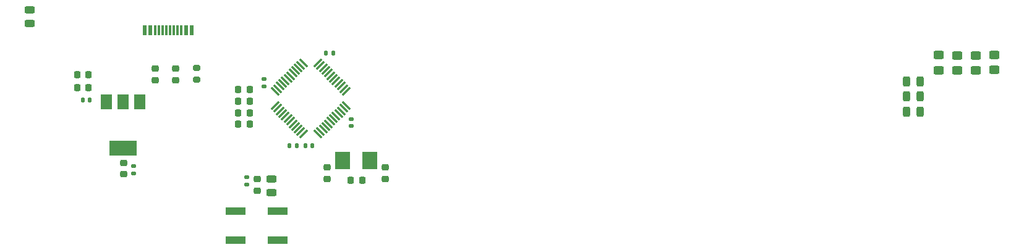
<source format=gbr>
%TF.GenerationSoftware,KiCad,Pcbnew,(6.0.1-0)*%
%TF.CreationDate,2022-01-19T18:39:33+01:00*%
%TF.ProjectId,modelh,6d6f6465-6c68-42e6-9b69-6361645f7063,v0.1*%
%TF.SameCoordinates,PX3dc4fd0PY2cd02b0*%
%TF.FileFunction,Paste,Top*%
%TF.FilePolarity,Positive*%
%FSLAX46Y46*%
G04 Gerber Fmt 4.6, Leading zero omitted, Abs format (unit mm)*
G04 Created by KiCad (PCBNEW (6.0.1-0)) date 2022-01-19 18:39:33*
%MOMM*%
%LPD*%
G01*
G04 APERTURE LIST*
G04 Aperture macros list*
%AMRoundRect*
0 Rectangle with rounded corners*
0 $1 Rounding radius*
0 $2 $3 $4 $5 $6 $7 $8 $9 X,Y pos of 4 corners*
0 Add a 4 corners polygon primitive as box body*
4,1,4,$2,$3,$4,$5,$6,$7,$8,$9,$2,$3,0*
0 Add four circle primitives for the rounded corners*
1,1,$1+$1,$2,$3*
1,1,$1+$1,$4,$5*
1,1,$1+$1,$6,$7*
1,1,$1+$1,$8,$9*
0 Add four rect primitives between the rounded corners*
20,1,$1+$1,$2,$3,$4,$5,0*
20,1,$1+$1,$4,$5,$6,$7,0*
20,1,$1+$1,$6,$7,$8,$9,0*
20,1,$1+$1,$8,$9,$2,$3,0*%
G04 Aperture macros list end*
%ADD10RoundRect,0.218750X-0.256250X0.218750X-0.256250X-0.218750X0.256250X-0.218750X0.256250X0.218750X0*%
%ADD11R,1.500000X2.000000*%
%ADD12R,3.800000X2.000000*%
%ADD13RoundRect,0.218750X-0.218750X-0.256250X0.218750X-0.256250X0.218750X0.256250X-0.218750X0.256250X0*%
%ADD14RoundRect,0.218750X0.218750X0.256250X-0.218750X0.256250X-0.218750X-0.256250X0.218750X-0.256250X0*%
%ADD15RoundRect,0.147500X0.172500X-0.147500X0.172500X0.147500X-0.172500X0.147500X-0.172500X-0.147500X0*%
%ADD16RoundRect,0.147500X0.147500X0.172500X-0.147500X0.172500X-0.147500X-0.172500X0.147500X-0.172500X0*%
%ADD17R,2.750000X1.000000*%
%ADD18RoundRect,0.147500X-0.172500X0.147500X-0.172500X-0.147500X0.172500X-0.147500X0.172500X0.147500X0*%
%ADD19RoundRect,0.075000X0.521491X0.415425X0.415425X0.521491X-0.521491X-0.415425X-0.415425X-0.521491X0*%
%ADD20RoundRect,0.075000X0.521491X-0.415425X-0.415425X0.521491X-0.521491X0.415425X0.415425X-0.521491X0*%
%ADD21R,2.000000X2.400000*%
%ADD22RoundRect,0.243750X0.456250X-0.243750X0.456250X0.243750X-0.456250X0.243750X-0.456250X-0.243750X0*%
%ADD23RoundRect,0.250000X-0.450000X0.325000X-0.450000X-0.325000X0.450000X-0.325000X0.450000X0.325000X0*%
%ADD24RoundRect,0.243750X0.243750X0.456250X-0.243750X0.456250X-0.243750X-0.456250X0.243750X-0.456250X0*%
%ADD25RoundRect,0.147500X-0.147500X-0.172500X0.147500X-0.172500X0.147500X0.172500X-0.147500X0.172500X0*%
%ADD26RoundRect,0.243750X-0.456250X0.243750X-0.456250X-0.243750X0.456250X-0.243750X0.456250X0.243750X0*%
%ADD27R,0.600000X1.450000*%
%ADD28R,0.300000X1.450000*%
%ADD29RoundRect,0.200000X0.275000X-0.200000X0.275000X0.200000X-0.275000X0.200000X-0.275000X-0.200000X0*%
G04 APERTURE END LIST*
D10*
%TO.C,R3*%
X89770000Y-60465000D03*
X89770000Y-58890000D03*
%TD*%
%TO.C,C3*%
X82660000Y-73397500D03*
X82660000Y-71822500D03*
%TD*%
D11*
%TO.C,U2*%
X80260000Y-63490000D03*
X82560000Y-63490000D03*
D12*
X82560000Y-69790000D03*
D11*
X84860000Y-63490000D03*
%TD*%
D10*
%TO.C,R4*%
X86970000Y-60477500D03*
X86970000Y-58902500D03*
%TD*%
D13*
%TO.C,R5*%
X98332500Y-64940000D03*
X99907500Y-64940000D03*
%TD*%
D14*
%TO.C,R10*%
X98332500Y-63340000D03*
X99907500Y-63340000D03*
%TD*%
D10*
%TO.C,C5*%
X118520000Y-74027500D03*
X118520000Y-72452500D03*
%TD*%
D14*
%TO.C,R6*%
X113732500Y-74240000D03*
X115307500Y-74240000D03*
%TD*%
D15*
%TO.C,C10*%
X101870000Y-61325000D03*
X101870000Y-60355000D03*
%TD*%
D16*
%TO.C,C12*%
X107535000Y-69440000D03*
X108505000Y-69440000D03*
%TD*%
D17*
%TO.C,SW1*%
X97980000Y-78460000D03*
X103740000Y-78460000D03*
X103740000Y-82460000D03*
X97980000Y-82460000D03*
%TD*%
D16*
%TO.C,C2*%
X77070000Y-63240000D03*
X78040000Y-63240000D03*
%TD*%
D18*
%TO.C,C4*%
X84040000Y-73245000D03*
X84040000Y-72275000D03*
%TD*%
D19*
%TO.C,U1*%
X107271212Y-67877876D03*
X106917658Y-67524322D03*
X106564105Y-67170769D03*
X106210551Y-66817215D03*
X105856998Y-66463662D03*
X105503445Y-66110109D03*
X105149891Y-65756555D03*
X104796338Y-65403002D03*
X104442785Y-65049449D03*
X104089231Y-64695895D03*
X103735678Y-64342342D03*
X103382124Y-63988788D03*
D20*
X103382124Y-61991212D03*
X103735678Y-61637658D03*
X104089231Y-61284105D03*
X104442785Y-60930551D03*
X104796338Y-60576998D03*
X105149891Y-60223445D03*
X105503445Y-59869891D03*
X105856998Y-59516338D03*
X106210551Y-59162785D03*
X106564105Y-58809231D03*
X106917658Y-58455678D03*
X107271212Y-58102124D03*
D19*
X109268788Y-58102124D03*
X109622342Y-58455678D03*
X109975895Y-58809231D03*
X110329449Y-59162785D03*
X110683002Y-59516338D03*
X111036555Y-59869891D03*
X111390109Y-60223445D03*
X111743662Y-60576998D03*
X112097215Y-60930551D03*
X112450769Y-61284105D03*
X112804322Y-61637658D03*
X113157876Y-61991212D03*
D20*
X113157876Y-63988788D03*
X112804322Y-64342342D03*
X112450769Y-64695895D03*
X112097215Y-65049449D03*
X111743662Y-65403002D03*
X111390109Y-65756555D03*
X111036555Y-66110109D03*
X110683002Y-66463662D03*
X110329449Y-66817215D03*
X109975895Y-67170769D03*
X109622342Y-67524322D03*
X109268788Y-67877876D03*
%TD*%
D16*
%TO.C,C14*%
X105385000Y-69440000D03*
X106355000Y-69440000D03*
%TD*%
D10*
%TO.C,C6*%
X110520000Y-74027500D03*
X110520000Y-72452500D03*
%TD*%
D21*
%TO.C,Y1*%
X112670000Y-71490000D03*
X116370000Y-71490000D03*
%TD*%
D22*
%TO.C,LED2*%
X102940000Y-74042500D03*
X102940000Y-75917500D03*
%TD*%
D10*
%TO.C,R2*%
X100960000Y-75627500D03*
X100960000Y-74052500D03*
%TD*%
D14*
%TO.C,R17*%
X99907500Y-66540000D03*
X98332500Y-66540000D03*
%TD*%
%TO.C,R18*%
X98332500Y-61740000D03*
X99907500Y-61740000D03*
%TD*%
D18*
%TO.C,C9*%
X99500000Y-74785000D03*
X99500000Y-73815000D03*
%TD*%
D23*
%TO.C,R13*%
X196810000Y-59125000D03*
X196810000Y-57075000D03*
%TD*%
%TO.C,R12*%
X194270000Y-59100000D03*
X194270000Y-57050000D03*
%TD*%
%TO.C,R15*%
X201890000Y-59070000D03*
X201890000Y-57020000D03*
%TD*%
%TO.C,R14*%
X199350000Y-59125000D03*
X199350000Y-57075000D03*
%TD*%
D24*
%TO.C,R7*%
X189822500Y-60700000D03*
X191697500Y-60700000D03*
%TD*%
%TO.C,R8*%
X189822500Y-62730000D03*
X191697500Y-62730000D03*
%TD*%
%TO.C,R9*%
X189822500Y-64800000D03*
X191697500Y-64800000D03*
%TD*%
D25*
%TO.C,C13*%
X111355000Y-56740000D03*
X110385000Y-56740000D03*
%TD*%
D14*
%TO.C,C1*%
X76295000Y-61540000D03*
X77870000Y-61540000D03*
%TD*%
D26*
%TO.C,LED1*%
X69770000Y-52677500D03*
X69770000Y-50802500D03*
%TD*%
D13*
%TO.C,R1*%
X77857500Y-59740000D03*
X76282500Y-59740000D03*
%TD*%
D18*
%TO.C,C11*%
X113800000Y-66785000D03*
X113800000Y-65815000D03*
%TD*%
D27*
%TO.C,USB_C1*%
X92020000Y-53635000D03*
X91220000Y-53635000D03*
D28*
X90020000Y-53635000D03*
X89020000Y-53635000D03*
X88520000Y-53635000D03*
X87520000Y-53635000D03*
D27*
X86320000Y-53635000D03*
X85520000Y-53635000D03*
X85520000Y-53635000D03*
X86320000Y-53635000D03*
D28*
X87020000Y-53635000D03*
X88020000Y-53635000D03*
X89520000Y-53635000D03*
X90520000Y-53635000D03*
D27*
X91220000Y-53635000D03*
X92020000Y-53635000D03*
%TD*%
D29*
%TO.C,R11*%
X92670000Y-58765000D03*
X92670000Y-60415000D03*
%TD*%
M02*

</source>
